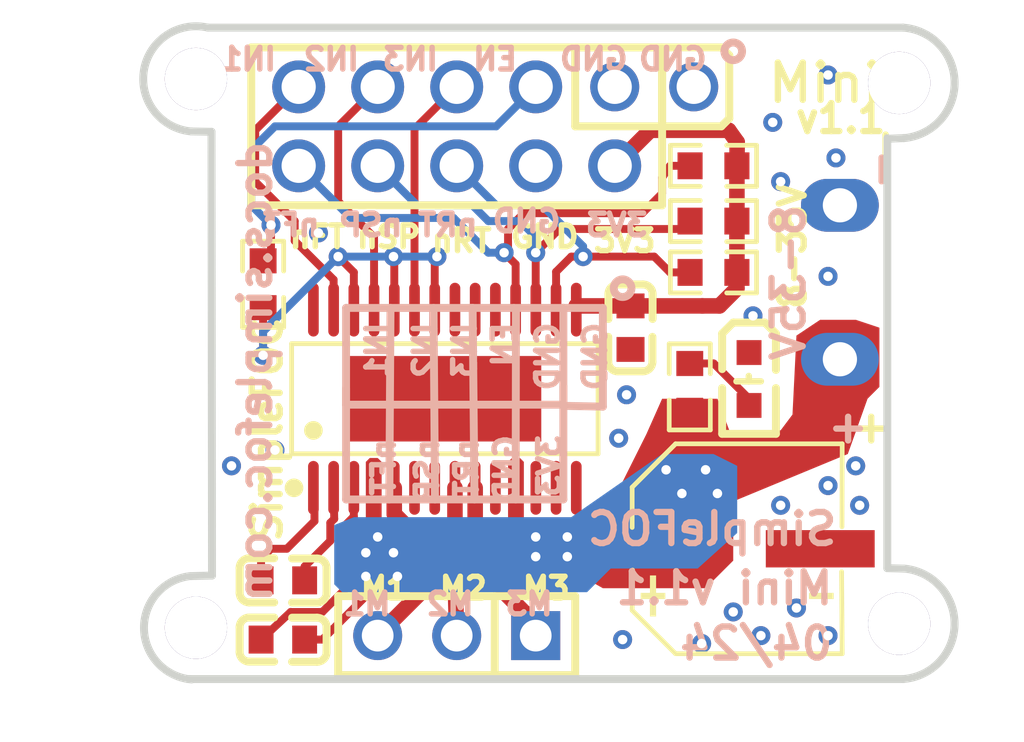
<source format=kicad_pcb>
(kicad_pcb (version 20241229) (generator "pcbnew") (generator_version "9.0")
  (layers (0 "F.Cu" signal) (2 "B.Cu" signal) (13 "F.Paste" user) (15 "B.Paste" user) (5 "F.SilkS" user) (7 "B.SilkS" user) (1 "F.Mask" user) (3 "B.Mask" user) (25 "Edge.Cuts" user))
  (net 0 "")
  (net 1 "GND")
  (net 2 "U1_1")
  (net 3 "U1_19")
  (net 4 "U1_2")
  (net 5 "U1_21")
  (net 6 "U1_25")
  (net 7 "U1_3")
  (net 8 "U1_5")
  (net 9 "U1_8")
  (net 10 "U1_9")
  (net 11 "VCC")
  (net 12 "EN")
  (net 13 "R4_1")
  (net 14 "NSLP")
  (net 15 "NFLT")
  (net 16 "NRES")
  (net 17 "3.3V")
  (net 18 "IN1")
  (net 19 "IN3")
  (net 20 "LED1_1")
  (footprint "easyeda:R0603" (layer "F.Cu") (at 23.925 24.969 -90)
    (property "Reference" "R4" (hide yes))
    (property "Value" "10kΩ" (hide yes))
    (fp_line (start -1.385 0.661) (end -1.385 -0.661) (stroke (width 0.152)) (layer "F.SilkS"))
    (fp_line (start -0.426 0.661) (end -1.385 0.661) (stroke (width 0.152)) (layer "F.SilkS"))
    (fp_line (start 0.426 0.661) (end 1.385 0.661) (stroke (width 0.152)) (layer "F.SilkS"))
    (fp_line (start 1.385 0.661) (end 1.385 -0.661) (stroke (width 0.152)) (layer "F.SilkS"))
    (fp_line (start -1.385 -0.661) (end -0.426 -0.661) (stroke (width 0.152)) (layer "F.SilkS"))
    (fp_line (start 1.385 -0.661) (end 0.426 -0.661) (stroke (width 0.152)) (layer "F.SilkS"))
    (pad "1" smd rect (at -0.753 0 270) (size 0.806 0.864) (layers "F.Cu" "F.Mask" "F.Paste") (net 13 "R4_1"))
    (pad "2" smd rect (at 0.753 0 270) (size 0.806 0.864) (layers "F.Cu" "F.Mask" "F.Paste") (net 12 "EN"))
  )
  (footprint "AutoGenerated:Pad_1.70mm" (layer "F.Cu") (at 42.467 22.429)
    (property "Reference" "" (at 0 0 0) (layer "F.SilkS") (effects (font (size 1.27 1.27))))
    (property "Value" "" (at 0 0 0) (layer "F.SilkS") (effects (font (size 1.27 1.27))))
    (pad "2" thru_hole oval (at 0 0 90) (size 1.7 2.5) (drill 1.1) (layers "*.Cu" "*.Paste" "*.Mask") (net 1 "GND"))
  )
  (footprint "easyeda:C0603" (layer "F.Cu") (at 35.736 26.366 90)
    (property "Reference" "C4" (hide yes))
    (property "Value" "470nF" (hide yes))
    (fp_line (start -0.296 -0.715) (end -1.096 -0.715) (stroke (width 0.254)) (layer "F.SilkS"))
    (fp_line (start 0.28 -0.71) (end 1.08 -0.71) (stroke (width 0.254)) (layer "F.SilkS"))
    (fp_line (start -1.405 -0.406) (end -1.405 0.394) (stroke (width 0.254)) (layer "F.SilkS"))
    (fp_line (start 1.39 -0.4) (end 1.39 0.4) (stroke (width 0.254)) (layer "F.SilkS"))
    (fp_line (start -0.296 0.704) (end -1.096 0.704) (stroke (width 0.254)) (layer "F.SilkS"))
    (fp_line (start 0.28 0.71) (end 1.08 0.71) (stroke (width 0.254)) (layer "F.SilkS"))
    (fp_arc (start 1.08 -0.71) (mid 1.299213 -0.619194) (end 1.39 -0.399973) (stroke (width 0.254)) (layer "F.SilkS"))
    (fp_arc (start -1.406 -0.406) (mid -1.315203 -0.625203) (end -1.096 -0.716) (stroke (width 0.254)) (layer "F.SilkS"))
    (fp_arc (start 1.39 0.4) (mid 1.299203 0.619203) (end 1.08 0.71) (stroke (width 0.254)) (layer "F.SilkS"))
    (fp_arc (start -1.096 0.704) (mid -1.315213 0.613194) (end -1.406 0.393973) (stroke (width 0.254)) (layer "F.SilkS"))
    (pad "1" smd rect (at -0.7 0 90) (size 0.8 0.9) (layers "F.Cu" "F.Mask" "F.Paste") (net 1 "GND"))
    (pad "2" smd rect (at 0.7 0 90) (size 0.8 0.9) (layers "F.Cu" "F.Mask" "F.Paste") (net 17 "3.3V"))
  )
  (footprint "AutoGenerated:Pad_1.70mm" (layer "F.Cu") (at 42.467 27.382)
    (property "Reference" "" (at 0 0 0) (layer "F.SilkS") (effects (font (size 1.27 1.27))))
    (property "Value" "" (at 0 0 0) (layer "F.SilkS") (effects (font (size 1.27 1.27))))
    (pad "3" thru_hole oval (at 0 0 90) (size 1.7 2.5) (drill 1.1) (layers "*.Cu" "*.Paste" "*.Mask") (net 11 "VCC"))
  )
  (footprint "easyeda:HDR-TH_3P-P2.54-V-F" (layer "F.Cu") (at 30.148 36.272 180)
    (property "Reference" "P1" (hide yes))
    (property "Value" "Header-Female-2.54_1x3" (hide yes))
    (fp_line (start 3.81 -1.27) (end 3.81 1.27) (stroke (width 0.254)) (layer "F.SilkS"))
    (fp_line (start -1.222 -1.27) (end -1.222 1.27) (stroke (width 0.254)) (layer "F.SilkS"))
    (fp_line (start -3.81 1.27) (end 3.81 1.27) (stroke (width 0.254)) (layer "F.SilkS"))
    (fp_line (start -3.81 -1.27) (end 3.81 -1.27) (stroke (width 0.254)) (layer "F.SilkS"))
    (fp_line (start -3.81 -1.27) (end -3.81 1.27) (stroke (width 0.254)) (layer "F.SilkS"))
    (pad "1" thru_hole rect (at -2.54 0 180) (size 1.575 1.575) (drill 1.02) (layers "*.Cu" "*.Paste" "*.Mask") (net 10 "U1_9"))
    (pad "2" thru_hole circle (at 0 0 180) (size 1.575 1.575) (drill 1.02) (layers "*.Cu" "*.Paste" "*.Mask") (net 9 "U1_8"))
    (pad "3" thru_hole circle (at 2.54 0 180) (size 1.575 1.575) (drill 1.02) (layers "*.Cu" "*.Paste" "*.Mask") (net 8 "U1_5"))
  )
  (footprint "easyeda:C0603" (layer "F.Cu") (at 24.56 36.399 180)
    (property "Reference" "C2" (hide yes))
    (property "Value" "100nF" (hide yes))
    (fp_line (start 1.39 -0.4) (end 1.39 0.4) (stroke (width 0.254)) (layer "F.SilkS"))
    (fp_line (start 0.28 0.71) (end 1.08 0.71) (stroke (width 0.254)) (layer "F.SilkS"))
    (fp_line (start 0.28 -0.71) (end 1.08 -0.71) (stroke (width 0.254)) (layer "F.SilkS"))
    (fp_line (start -0.296 0.704) (end -1.096 0.704) (stroke (width 0.254)) (layer "F.SilkS"))
    (fp_line (start -0.296 -0.715) (end -1.096 -0.715) (stroke (width 0.254)) (layer "F.SilkS"))
    (fp_line (start -1.405 -0.406) (end -1.405 0.394) (stroke (width 0.254)) (layer "F.SilkS"))
    (fp_arc (start 1.39 0.4) (mid 1.299203 0.619203) (end 1.08 0.71) (stroke (width 0.254)) (layer "F.SilkS"))
    (fp_arc (start 1.08 -0.71) (mid 1.299213 -0.619194) (end 1.39 -0.399973) (stroke (width 0.254)) (layer "F.SilkS"))
    (fp_arc (start -1.096 0.704) (mid -1.315213 0.613194) (end -1.406 0.393973) (stroke (width 0.254)) (layer "F.SilkS"))
    (fp_arc (start -1.406 -0.406) (mid -1.315203 -0.625203) (end -1.096 -0.716) (stroke (width 0.254)) (layer "F.SilkS"))
    (pad "1" smd rect (at -0.7 0 180) (size 0.8 0.9) (layers "F.Cu" "F.Mask" "F.Paste") (net 11 "VCC"))
    (pad "2" smd rect (at 0.7 0 180) (size 0.8 0.9) (layers "F.Cu" "F.Mask" "F.Paste") (net 7 "U1_3"))
  )
  (footprint "easyeda:CAP-SMD_BD6.3-L6.6-W6.6-FD" (layer "F.Cu") (at 39.165 33.478)
    (property "Reference" "C3" (hide yes))
    (property "Value" "100uF" (hide yes))
    (fp_line (start -3.376 -1.98) (end -3.376 -0.686) (stroke (width 0.152)) (layer "F.SilkS"))
    (fp_line (start -3.376 1.981) (end -3.362 0.686) (stroke (width 0.152)) (layer "F.SilkS"))
    (fp_line (start -1.981 3.376) (end -3.376 1.981) (stroke (width 0.152)) (layer "F.SilkS"))
    (fp_line (start -1.98 -3.376) (end -3.376 -1.98) (stroke (width 0.152)) (layer "F.SilkS"))
    (fp_line (start 3.356 0.739) (end 3.376 3.376) (stroke (width 0.152)) (layer "F.SilkS"))
    (fp_line (start 3.369 -0.708) (end 3.376 -3.376) (stroke (width 0.152)) (layer "F.SilkS"))
    (fp_line (start 3.376 -3.376) (end -1.98 -3.376) (stroke (width 0.152)) (layer "F.SilkS"))
    (fp_line (start 3.376 3.376) (end -1.981 3.376) (stroke (width 0.152)) (layer "F.SilkS"))
    (fp_poly (pts (xy -3.102 1.419) (xy -3.102 1.617) (xy -2.31 1.617) (xy -2.31 1.419)) (fill yes) (layer "F.SilkS"))
    (fp_poly (pts (xy -2.805 0.858) (xy -2.805 2.178) (xy -2.607 2.178) (xy -2.607 0.858)) (fill yes) (layer "F.SilkS"))
    (fp_poly (pts (xy 3.102 1.419) (xy 3.102 1.617) (xy 2.31 1.617) (xy 2.31 1.419)) (fill yes) (layer "F.SilkS"))
    (pad "1" smd rect (at -2.67 0) (size 3.5 1.2) (layers "F.Cu" "F.Mask" "F.Paste") (net 11 "VCC"))
    (pad "2" smd rect (at 2.67 0) (size 3.5 1.2) (layers "F.Cu" "F.Mask" "F.Paste") (net 1 "GND"))
  )
  (footprint "easyeda:C0603" (layer "F.Cu") (at 24.56 34.494 180)
    (property "Reference" "C1" (hide yes))
    (property "Value" "100nF" (hide yes))
    (fp_line (start 1.39 -0.4) (end 1.39 0.4) (stroke (width 0.254)) (layer "F.SilkS"))
    (fp_line (start 0.28 0.71) (end 1.08 0.71) (stroke (width 0.254)) (layer "F.SilkS"))
    (fp_line (start 0.28 -0.71) (end 1.08 -0.71) (stroke (width 0.254)) (layer "F.SilkS"))
    (fp_line (start -0.296 0.704) (end -1.096 0.704) (stroke (width 0.254)) (layer "F.SilkS"))
    (fp_line (start -0.296 -0.715) (end -1.096 -0.715) (stroke (width 0.254)) (layer "F.SilkS"))
    (fp_line (start -1.405 -0.406) (end -1.405 0.394) (stroke (width 0.254)) (layer "F.SilkS"))
    (fp_arc (start 1.39 0.4) (mid 1.299203 0.619203) (end 1.08 0.71) (stroke (width 0.254)) (layer "F.SilkS"))
    (fp_arc (start 1.08 -0.71) (mid 1.299213 -0.619194) (end 1.39 -0.399973) (stroke (width 0.254)) (layer "F.SilkS"))
    (fp_arc (start -1.096 0.704) (mid -1.315213 0.613194) (end -1.406 0.393973) (stroke (width 0.254)) (layer "F.SilkS"))
    (fp_arc (start -1.406 -0.406) (mid -1.315203 -0.625203) (end -1.096 -0.716) (stroke (width 0.254)) (layer "F.SilkS"))
    (pad "1" smd rect (at -0.7 0 180) (size 0.8 0.9) (layers "F.Cu" "F.Mask" "F.Paste") (net 4 "U1_2"))
    (pad "2" smd rect (at 0.7 0 180) (size 0.8 0.9) (layers "F.Cu" "F.Mask" "F.Paste") (net 2 "U1_1"))
  )
  (footprint "easyeda:LED0603-R-RD" (layer "F.Cu") (at 39.546 28.017 -90)
    (property "Reference" "LED1" (hide yes))
    (property "Value" "19-213/Y2C-CQ2R2L/3T(CY)" (hide yes))
    (fp_line (start -1.461 0.864) (end -1.816 0.508) (stroke (width 0.254)) (layer "F.SilkS"))
    (fp_line (start -0.318 0.864) (end -1.461 0.864) (stroke (width 0.254)) (layer "F.SilkS"))
    (fp_line (start 1.765 0.864) (end 0.292 0.864) (stroke (width 0.254)) (layer "F.SilkS"))
    (fp_line (start 1.765 0.864) (end 1.765 -0.864) (stroke (width 0.254)) (layer "F.SilkS"))
    (fp_line (start -1.816 0.508) (end -1.816 -0.508) (stroke (width 0.254)) (layer "F.SilkS"))
    (fp_line (start 0.076 0.406) (end 0.076 -0.381) (stroke (width 0.203)) (layer "F.SilkS"))
    (fp_line (start 0.076 0.008) (end -0.099 0.008) (stroke (width 0.203)) (layer "F.SilkS"))
    (fp_line (start -1.816 -0.508) (end -1.461 -0.864) (stroke (width 0.254)) (layer "F.SilkS"))
    (fp_line (start -0.292 -0.864) (end -1.461 -0.864) (stroke (width 0.254)) (layer "F.SilkS"))
    (fp_line (start 1.765 -0.864) (end 0.292 -0.864) (stroke (width 0.254)) (layer "F.SilkS"))
    (pad "1" smd rect (at 0.851 0) (size 0.8 0.8) (layers "F.Cu" "F.Mask" "F.Paste") (net 20 "LED1_1"))
    (pad "2" smd rect (at -0.851 0) (size 0.8 0.8) (layers "F.Cu" "F.Mask" "F.Paste") (net 1 "GND"))
  )
  (footprint "easyeda:R0603" (layer "F.Cu") (at 38.403 24.588 180)
    (property "Reference" "R3" (hide yes))
    (property "Value" "10kΩ" (hide yes))
    (fp_line (start 1.385 0.661) (end 1.385 -0.661) (stroke (width 0.152)) (layer "F.SilkS"))
    (fp_line (start 1.385 -0.661) (end 0.426 -0.661) (stroke (width 0.152)) (layer "F.SilkS"))
    (fp_line (start 0.426 0.661) (end 1.385 0.661) (stroke (width 0.152)) (layer "F.SilkS"))
    (fp_line (start -0.426 0.661) (end -1.385 0.661) (stroke (width 0.152)) (layer "F.SilkS"))
    (fp_line (start -1.385 0.661) (end -1.385 -0.661) (stroke (width 0.152)) (layer "F.SilkS"))
    (fp_line (start -1.385 -0.661) (end -0.426 -0.661) (stroke (width 0.152)) (layer "F.SilkS"))
    (pad "1" smd rect (at -0.753 0 180) (size 0.806 0.864) (layers "F.Cu" "F.Mask" "F.Paste") (net 17 "3.3V"))
    (pad "2" smd rect (at 0.753 0 180) (size 0.806 0.864) (layers "F.Cu" "F.Mask" "F.Paste") (net 16 "NRES"))
  )
  (footprint "easyeda:R0603" (layer "F.Cu") (at 37.641 28.271 90)
    (property "Reference" "R5" (hide yes))
    (property "Value" "1kΩ" (hide yes))
    (fp_line (start 1.385 -0.661) (end 0.426 -0.661) (stroke (width 0.152)) (layer "F.SilkS"))
    (fp_line (start -1.385 -0.661) (end -0.426 -0.661) (stroke (width 0.152)) (layer "F.SilkS"))
    (fp_line (start 1.385 0.661) (end 1.385 -0.661) (stroke (width 0.152)) (layer "F.SilkS"))
    (fp_line (start 0.426 0.661) (end 1.385 0.661) (stroke (width 0.152)) (layer "F.SilkS"))
    (fp_line (start -0.426 0.661) (end -1.385 0.661) (stroke (width 0.152)) (layer "F.SilkS"))
    (fp_line (start -1.385 0.661) (end -1.385 -0.661) (stroke (width 0.152)) (layer "F.SilkS"))
    (pad "1" smd rect (at -0.753 0 90) (size 0.806 0.864) (layers "F.Cu" "F.Mask" "F.Paste") (net 11 "VCC"))
    (pad "2" smd rect (at 0.753 0 90) (size 0.806 0.864) (layers "F.Cu" "F.Mask" "F.Paste") (net 20 "LED1_1"))
  )
  (footprint "easyeda:HTSSOP-28_L9.8-W4.5-P0.65-LS6.6-BL-EP" (layer "F.Cu") (at 29.767 28.652)
    (property "Reference" "U1" (hide yes))
    (property "Value" "DRV8313PWPR" (hide yes))
    (fp_line (start -4.926 -1.772) (end 4.926 -1.772) (stroke (width 0.152)) (layer "F.SilkS"))
    (fp_line (start -4.926 1.771) (end -4.926 -1.772) (stroke (width 0.152)) (layer "F.SilkS"))
    (fp_line (start 4.926 -1.772) (end 4.926 1.771) (stroke (width 0.152)) (layer "F.SilkS"))
    (fp_line (start 4.926 1.771) (end -4.926 1.771) (stroke (width 0.152)) (layer "F.SilkS"))
    (fp_circle (center -4.849 2.866) (end -4.699 2.866) (stroke (width 0.3)) (fill no) (layer "F.SilkS"))
    (fp_circle (center -4.225 1.019) (end -4.075 1.019) (stroke (width 0.3)) (fill no) (layer "F.SilkS"))
    (pad "1" smd oval (at -4.225 2.866) (size 0.343 1.731) (layers "F.Cu" "F.Mask" "F.Paste") (net 2 "U1_1"))
    (pad "2" smd oval (at -3.575 2.866) (size 0.343 1.731) (layers "F.Cu" "F.Mask" "F.Paste") (net 4 "U1_2"))
    (pad "3" smd oval (at -2.925 2.866) (size 0.343 1.731) (layers "F.Cu" "F.Mask" "F.Paste") (net 7 "U1_3"))
    (pad "4" smd oval (at -2.275 2.866) (size 0.343 1.731) (layers "F.Cu" "F.Mask" "F.Paste") (net 11 "VCC"))
    (pad "5" smd oval (at -1.625 2.866) (size 0.343 1.731) (layers "F.Cu" "F.Mask" "F.Paste") (net 8 "U1_5"))
    (pad "6" smd oval (at -0.975 2.866) (size 0.343 1.731) (layers "F.Cu" "F.Mask" "F.Paste") (net 1 "GND"))
    (pad "7" smd oval (at -0.325 2.866) (size 0.343 1.731) (layers "F.Cu" "F.Mask" "F.Paste") (net 1 "GND"))
    (pad "8" smd oval (at 0.325 2.866) (size 0.343 1.731) (layers "F.Cu" "F.Mask" "F.Paste") (net 9 "U1_8"))
    (pad "9" smd oval (at 0.975 2.866) (size 0.343 1.731) (layers "F.Cu" "F.Mask" "F.Paste") (net 10 "U1_9"))
    (pad "10" smd oval (at 1.625 2.866) (size 0.343 1.731) (layers "F.Cu" "F.Mask" "F.Paste") (net 1 "GND"))
    (pad "11" smd oval (at 2.275 2.866) (size 0.343 1.731) (layers "F.Cu" "F.Mask" "F.Paste") (net 11 "VCC"))
    (pad "12" smd oval (at 2.925 2.866) (size 0.343 1.731) (layers "F.Cu" "F.Mask" "F.Paste") (net 1 "GND"))
    (pad "13" smd oval (at 3.575 2.866) (size 0.343 1.731) (layers "F.Cu" "F.Mask" "F.Paste") (net 1 "GND"))
    (pad "14" smd oval (at 4.225 2.866) (size 0.343 1.731) (layers "F.Cu" "F.Mask" "F.Paste") (net 1 "GND"))
    (pad "15" smd oval (at 4.225 -2.866) (size 0.343 1.731) (layers "F.Cu" "F.Mask" "F.Paste") (net 17 "3.3V"))
    (pad "16" smd oval (at 3.575 -2.866) (size 0.343 1.731) (layers "F.Cu" "F.Mask" "F.Paste") (net 16 "NRES"))
    (pad "17" smd oval (at 2.925 -2.866) (size 0.343 1.731) (layers "F.Cu" "F.Mask" "F.Paste") (net 14 "NSLP"))
    (pad "18" smd oval (at 2.275 -2.866) (size 0.343 1.731) (layers "F.Cu" "F.Mask" "F.Paste") (net 15 "NFLT"))
    (pad "19" smd oval (at 1.625 -2.866) (size 0.343 1.731) (layers "F.Cu" "F.Mask" "F.Paste") (net 3 "U1_19"))
    (pad "20" smd oval (at 0.975 -2.866) (size 0.343 1.731) (layers "F.Cu" "F.Mask" "F.Paste") (net 1 "GND"))
    (pad "21" smd oval (at 0.325 -2.866) (size 0.343 1.731) (layers "F.Cu" "F.Mask" "F.Paste") (net 5 "U1_21"))
    (pad "22" smd oval (at -0.325 -2.866) (size 0.343 1.731) (layers "F.Cu" "F.Mask" "F.Paste") (net 12 "EN"))
    (pad "23" smd oval (at -0.975 -2.866) (size 0.343 1.731) (layers "F.Cu" "F.Mask" "F.Paste") (net 19 "IN3"))
    (pad "24" smd oval (at -1.625 -2.866) (size 0.343 1.731) (layers "F.Cu" "F.Mask" "F.Paste") (net 12 "EN"))
    (pad "25" smd oval (at -2.275 -2.866) (size 0.343 1.731) (layers "F.Cu" "F.Mask" "F.Paste") (net 6 "U1_25"))
    (pad "26" smd oval (at -2.925 -2.866) (size 0.343 1.731) (layers "F.Cu" "F.Mask" "F.Paste") (net 12 "EN"))
    (pad "27" smd oval (at -3.575 -2.866) (size 0.343 1.731) (layers "F.Cu" "F.Mask" "F.Paste") (net 18 "IN1"))
    (pad "28" smd oval (at -4.225 -2.866) (size 0.343 1.731) (layers "F.Cu" "F.Mask" "F.Paste") (net 1 "GND"))
    (pad "29" smd rect (at 0 0) (size 6.2 2.75) (layers "F.Cu" "F.Mask" "F.Paste") (net 1 "GND"))
  )
  (footprint "easyeda:R0603" (layer "F.Cu") (at 38.403 22.937 180)
    (property "Reference" "R2" (hide yes))
    (property "Value" "10kΩ" (hide yes))
    (fp_line (start 1.385 0.661) (end 1.385 -0.661) (stroke (width 0.152)) (layer "F.SilkS"))
    (fp_line (start 1.385 -0.661) (end 0.426 -0.661) (stroke (width 0.152)) (layer "F.SilkS"))
    (fp_line (start 0.426 0.661) (end 1.385 0.661) (stroke (width 0.152)) (layer "F.SilkS"))
    (fp_line (start -0.426 0.661) (end -1.385 0.661) (stroke (width 0.152)) (layer "F.SilkS"))
    (fp_line (start -1.385 0.661) (end -1.385 -0.661) (stroke (width 0.152)) (layer "F.SilkS"))
    (fp_line (start -1.385 -0.661) (end -0.426 -0.661) (stroke (width 0.152)) (layer "F.SilkS"))
    (pad "1" smd rect (at -0.753 0 180) (size 0.806 0.864) (layers "F.Cu" "F.Mask" "F.Paste") (net 17 "3.3V"))
    (pad "2" smd rect (at 0.753 0 180) (size 0.806 0.864) (layers "F.Cu" "F.Mask" "F.Paste") (net 14 "NSLP"))
  )
  (footprint "easyeda:HDR-TH_10P-P2.54-V-F-R2-C5-S2.54" (layer "F.Cu") (at 30.148 19.889 180)
    (property "Reference" "H1" (hide yes))
    (property "Value" "Female header2.54mm2*5p Straight" (hide yes))
    (fp_line (start 6.604 2.54) (end -6.604 2.54) (stroke (width 0.254)) (layer "F.SilkS"))
    (fp_line (start 6.604 -2.54) (end 6.604 2.54) (stroke (width 0.254)) (layer "F.SilkS"))
    (fp_line (start -3.81 2.54) (end -6.604 2.54) (stroke (width 0.254)) (layer "F.SilkS"))
    (fp_line (start -3.81 0) (end -3.81 2.54) (stroke (width 0.254)) (layer "F.SilkS"))
    (fp_line (start -6.604 2.54) (end -6.604 0) (stroke (width 0.254)) (layer "F.SilkS"))
    (fp_line (start -6.604 2.54) (end -6.604 -2.54) (stroke (width 0.254)) (layer "F.SilkS"))
    (fp_line (start -6.604 0) (end -3.81 0) (stroke (width 0.254)) (layer "F.SilkS"))
    (fp_line (start -6.604 -2.54) (end 6.604 -2.54) (stroke (width 0.254)) (layer "F.SilkS"))
    (pad "1" thru_hole circle (at -5.08 1.27 180) (size 1.575 1.575) (drill 1.1) (layers "*.Cu" "*.Paste" "*.Mask") (net 1 "GND"))
    (pad "2" thru_hole circle (at -5.08 -1.27 180) (size 1.7 1.7) (drill 1.1) (layers "*.Cu" "*.Paste" "*.Mask") (net 17 "3.3V"))
    (pad "3" thru_hole circle (at -2.54 1.27 180) (size 1.7 1.7) (drill 1.1) (layers "*.Cu" "*.Paste" "*.Mask") (net 13 "R4_1"))
    (pad "4" thru_hole circle (at -2.54 -1.27 180) (size 1.7 1.7) (drill 1.1) (layers "*.Cu" "*.Paste" "*.Mask") (net 1 "GND"))
    (pad "5" thru_hole circle (at 0 1.27 180) (size 1.7 1.7) (drill 1.1) (layers "*.Cu" "*.Paste" "*.Mask") (net 19 "IN3"))
    (pad "6" thru_hole circle (at 0 -1.27 180) (size 1.7 1.7) (drill 1.1) (layers "*.Cu" "*.Paste" "*.Mask") (net 16 "NRES"))
    (pad "7" thru_hole circle (at 2.54 1.27 180) (size 1.7 1.7) (drill 1.1) (layers "*.Cu" "*.Paste" "*.Mask") (net 6 "U1_25"))
    (pad "8" thru_hole circle (at 2.54 -1.27 180) (size 1.7 1.7) (drill 1.1) (layers "*.Cu" "*.Paste" "*.Mask") (net 14 "NSLP"))
    (pad "9" thru_hole circle (at 5.08 1.27 180) (size 1.7 1.7) (drill 1.1) (layers "*.Cu" "*.Paste" "*.Mask") (net 18 "IN1"))
    (pad "10" thru_hole circle (at 5.08 -1.27 180) (size 1.7 1.7) (drill 1.1) (layers "*.Cu" "*.Paste" "*.Mask") (net 15 "NFLT"))
  )
  (footprint "easyeda:R0603" (layer "F.Cu") (at 38.403 21.159 180)
    (property "Reference" "R1" (hide yes))
    (property "Value" "10kΩ" (hide yes))
    (fp_line (start 1.385 0.661) (end 1.385 -0.661) (stroke (width 0.152)) (layer "F.SilkS"))
    (fp_line (start 1.385 -0.661) (end 0.426 -0.661) (stroke (width 0.152)) (layer "F.SilkS"))
    (fp_line (start 0.426 0.661) (end 1.385 0.661) (stroke (width 0.152)) (layer "F.SilkS"))
    (fp_line (start -0.426 0.661) (end -1.385 0.661) (stroke (width 0.152)) (layer "F.SilkS"))
    (fp_line (start -1.385 0.661) (end -1.385 -0.661) (stroke (width 0.152)) (layer "F.SilkS"))
    (fp_line (start -1.385 -0.661) (end -0.426 -0.661) (stroke (width 0.152)) (layer "F.SilkS"))
    (pad "1" smd rect (at -0.753 0 180) (size 0.806 0.864) (layers "F.Cu" "F.Mask" "F.Paste") (net 17 "3.3V"))
    (pad "2" smd rect (at 0.753 0 180) (size 0.806 0.864) (layers "F.Cu" "F.Mask" "F.Paste") (net 15 "NFLT"))
  )
  (gr_poly (pts (xy 27.1 34.748) (xy 26.846 34.367) (xy 26.846 33.097) (xy 27.227 32.716) (xy 27.227 30.684) (xy 27.354 30.557) (xy 27.608 30.557) (xy 27.735 30.684) (xy 27.735 32.589) (xy 28.624 33.605) (xy 28.624 34.494) (xy 28.37 34.748) (xy 27.862 34.748) (xy 27.1 34.748)) (fill yes) (layer "F.Cu") (net 11))
  (gr_poly (pts (xy 34.847 34.748) (xy 33.958 34.24) (xy 32.434 34.24) (xy 31.799 33.605) (xy 31.799 30.684) (xy 31.926 30.557) (xy 32.18 30.557) (xy 32.307 30.684) (xy 32.307 32.462) (xy 32.561 32.716) (xy 34.593 32.716) (xy 34.974 32.335) (xy 36.244 29.795) (xy 36.752 28.652) (xy 38.53 28.652) (xy 38.911 29.668) (xy 40.562 29.668) (xy 40.943 29.16) (xy 41.07 26.62) (xy 41.832 26.112) (xy 42.975 26.112) (xy 43.737 26.366) (xy 43.737 28.271) (xy 43.356 28.652) (xy 42.721 30.43) (xy 39.038 31.954) (xy 39.038 33.859) (xy 38.149 34.748) (xy 34.847 34.748)) (fill yes) (layer "F.Cu") (net 11))
  (gr_poly (pts (xy 26.846 32.462) (xy 26.211 32.716) (xy 26.211 33.859) (xy 26.211 34.621) (xy 26.465 34.875) (xy 27.227 34.875) (xy 34.339 34.875) (xy 35.101 34.113) (xy 37.895 34.113) (xy 39.165 32.97) (xy 39.165 30.811) (xy 38.403 30.43) (xy 36.752 30.43) (xy 33.831 32.462) (xy 27.608 32.462)) (fill yes) (layer "B.Cu") (net 11))
  (gr_line (start 38.657 17.349) (end 38.911 17.603) (stroke (width 0.254)) (layer "F.SilkS"))
  (gr_line (start 38.911 17.603) (end 38.911 19.635) (stroke (width 0.254)) (layer "F.SilkS"))
  (gr_line (start 38.657 19.889) (end 36.752 19.889) (stroke (width 0.254)) (layer "F.SilkS"))
  (gr_line (start 38.911 19.635) (end 38.657 19.889) (stroke (width 0.254)) (layer "F.SilkS"))
  (gr_line (start 36.752 17.349) (end 38.657 17.349) (stroke (width 0.254)) (layer "F.SilkS"))
  (gr_line (start 33.577 31.891) (end 33.577 25.731) (stroke (width 0.254)) (layer "B.SilkS"))
  (gr_line (start 26.592 31.891) (end 33.577 31.891) (stroke (width 0.254)) (layer "B.SilkS"))
  (gr_line (start 30.585 25.731) (end 30.661 25.731) (stroke (width 0.254)) (layer "B.SilkS"))
  (gr_line (start 33.577 25.731) (end 34.847 25.731) (stroke (width 0.254)) (layer "B.SilkS"))
  (gr_circle (center 39.038 17.476) (end 39.322 17.476) (stroke (width 0.254)) (fill no) (layer "B.SilkS"))
  (gr_circle (center 35.482 25.096) (end 35.766 25.096) (stroke (width 0.254)) (fill no) (layer "B.SilkS"))
  (gr_line (start 33.577 28.843) (end 33.577 28.249) (stroke (width 0.254)) (layer "B.SilkS"))
  (gr_line (start 26.592 25.731) (end 26.592 31.891) (stroke (width 0.254)) (layer "B.SilkS"))
  (gr_line (start 28.02 25.731) (end 27.982 31.891) (stroke (width 0.254)) (layer "B.SilkS"))
  (gr_line (start 34.847 27.611) (end 34.847 28.906) (stroke (width 0.254)) (layer "B.SilkS"))
  (gr_line (start 26.592 28.313) (end 26.592 28.843) (stroke (width 0.254)) (layer "B.SilkS"))
  (gr_line (start 31.982 25.731) (end 32.053 25.802) (stroke (width 0.254)) (layer "B.SilkS"))
  (gr_line (start 29.404 25.731) (end 29.45 31.891) (stroke (width 0.254)) (layer "B.SilkS"))
  (gr_line (start 26.592 28.843) (end 33.577 28.843) (stroke (width 0.254)) (layer "B.SilkS"))
  (gr_line (start 30.661 25.731) (end 30.72 31.891) (stroke (width 0.254)) (layer "B.SilkS"))
  (gr_line (start 33.577 25.731) (end 26.592 25.731) (stroke (width 0.254)) (layer "B.SilkS"))
  (gr_line (start 34.847 25.731) (end 34.847 27.611) (stroke (width 0.254)) (layer "B.SilkS"))
  (gr_line (start 32.053 25.802) (end 32.044 31.891) (stroke (width 0.254)) (layer "B.SilkS"))
  (gr_line (start 34.847 28.906) (end 33.577 28.881) (stroke (width 0.254)) (layer "B.SilkS"))
  (gr_arc (start 21.627 37.683) (mid 20.095262 36.031481) (end 21.60015 34.35546) (stroke (width 0.254)) (layer "Edge.Cuts"))
  (gr_line (start 21.626 20.054) (end 22.266 20.064) (stroke (width 0.254)) (layer "Edge.Cuts"))
  (gr_line (start 22.266 20.064) (end 22.282 34.339) (stroke (width 0.254)) (layer "Edge.Cuts"))
  (gr_line (start 21.512 37.669) (end 44.499 37.669) (stroke (width 0.254)) (layer "Edge.Cuts"))
  (gr_line (start 43.991 20.27) (end 43.991 34.103) (stroke (width 0.254)) (layer "Edge.Cuts"))
  (gr_line (start 21.601 34.357) (end 22.282 34.339) (stroke (width 0.254)) (layer "Edge.Cuts"))
  (gr_arc (start 44.499 16.714) (mid 46.154498 18.48141) (end 44.520116 20.268366) (stroke (width 0.254)) (layer "Edge.Cuts"))
  (gr_line (start 44.519 20.267) (end 43.991 20.29) (stroke (width 0.254)) (layer "Edge.Cuts"))
  (gr_arc (start 44.52 34.115) (mid 46.154125 35.901502) (end 44.499058 37.668621) (stroke (width 0.254)) (layer "Edge.Cuts"))
  (gr_arc (start 21.625 20.054) (mid 20.091481 18.103105) (end 22.147439 16.713605) (stroke (width 0.254)) (layer "Edge.Cuts"))
  (gr_line (start 44.519 34.116) (end 43.991 34.103) (stroke (width 0.254)) (layer "Edge.Cuts"))
  (gr_line (start 44.499 16.714) (end 22.147 16.714) (stroke (width 0.254)) (layer "Edge.Cuts"))
  (gr_text "nSP" (at 26.846 23.445 0) (layer "F.SilkS") (effects (font (size 0.7 0.7) (thickness 0.203)) (justify left)))
  (gr_text "8-35V" (at 40.943 25.858 90) (layer "F.SilkS") (effects (font (size 0.8 0.8) (thickness 0.203)) (justify left)))
  (gr_text "3V3" (at 34.466 23.572 0) (layer "F.SilkS") (effects (font (size 0.7 0.7) (thickness 0.203)) (justify left)))
  (gr_text "GND" (at 31.799 23.445 0) (layer "F.SilkS") (effects (font (size 0.7 0.7) (thickness 0.203)) (justify left)))
  (gr_text "Mini" (at 40.054 18.492 0) (layer "F.SilkS") (effects (font (size 1.2 1.2) (thickness 0.203)) (justify left)))
  (gr_text "+" (at 42.721 29.541 0) (layer "F.SilkS") (effects (font (size 1 1) (thickness 0.203)) (justify left)))
  (gr_text "-" (at 43.864 21.286 90) (layer "F.SilkS") (effects (font (size 1 1) (thickness 0.203)) (justify left)))
  (gr_text "M3" (at 32.18 34.748 0) (layer "F.SilkS") (effects (font (size 0.7 0.7) (thickness 0.203)) (justify left)))
  (gr_text "SimpleFOC" (at 24.052 33.351 90) (layer "F.SilkS") (effects (font (size 0.9 0.9) (thickness 0.203)) (justify left)))
  (gr_text "M2" (at 29.513 34.748 0) (layer "F.SilkS") (effects (font (size 0.7 0.7) (thickness 0.203)) (justify left)))
  (gr_text "M1" (at 26.973 34.748 0) (layer "F.SilkS") (effects (font (size 0.7 0.7) (thickness 0.203)) (justify left)))
  (gr_text "nRT" (at 29.259 23.572 0) (layer "F.SilkS") (effects (font (size 0.7 0.7) (thickness 0.203)) (justify left)))
  (gr_text "v1.1" (at 40.943 19.635 0) (layer "F.SilkS") (effects (font (size 0.9 0.9) (thickness 0.203)) (justify left)))
  (gr_text "nFT" (at 24.687 23.445 0) (layer "F.SilkS") (effects (font (size 0.7 0.7) (thickness 0.203)) (justify left)))
  (gr_text "M3" (at 33.323 35.256 0) (layer "B.SilkS") (effects (font (size 0.7 0.7) (thickness 0.203)) (justify left mirror)))
  (gr_text "GND" (at 33.577 22.937 0) (layer "B.SilkS") (effects (font (size 0.7 0.7) (thickness 0.203)) (justify left mirror)))
  (gr_text "M2" (at 30.783 35.256 0) (layer "B.SilkS") (effects (font (size 0.7 0.7) (thickness 0.203)) (justify left mirror)))
  (gr_text "Mini v1.1" (at 42.34 34.748 0) (layer "B.SilkS") (effects (font (size 1 1) (thickness 0.203)) (justify left mirror)))
  (gr_text "IN3" (at 29.64 17.73 0) (layer "B.SilkS") (effects (font (size 0.7 0.7) (thickness 0.203)) (justify left mirror)))
  (gr_text "nFT" (at 25.83 23.064 0) (layer "B.SilkS") (effects (font (size 0.7 0.7) (thickness 0.203)) (justify left mirror)))
  (gr_text "IN2" (at 27.1 17.73 0) (layer "B.SilkS") (effects (font (size 0.7 0.7) (thickness 0.203)) (justify left mirror)))
  (gr_text "EN" (at 31.672 26.112 90) (layer "B.SilkS") (effects (font (size 0.7 0.7) (thickness 0.203)) (justify left mirror)))
  (gr_text "3V3" (at 33.133 29.732 90) (layer "B.SilkS") (effects (font (size 0.7 0.7) (thickness 0.203)) (justify left mirror)))
  (gr_text "GND" (at 33.069 26.112 90) (layer "B.SilkS") (effects (font (size 0.7 0.7) (thickness 0.203)) (justify left mirror)))
  (gr_text "nSP" (at 29.196 29.859 90) (layer "B.SilkS") (effects (font (size 0.7 0.7) (thickness 0.203)) (justify left mirror)))
  (gr_text "nSP" (at 28.497 23.064 0) (layer "B.SilkS") (effects (font (size 0.7 0.7) (thickness 0.203)) (justify left mirror)))
  (gr_text "IN1" (at 24.433 17.73 0) (layer "B.SilkS") (effects (font (size 0.7 0.7) (thickness 0.203)) (justify left mirror)))
  (gr_text "IN3" (at 30.402 26.112 90) (layer "B.SilkS") (effects (font (size 0.7 0.7) (thickness 0.203)) (justify left mirror)))
  (gr_text "04/24" (at 42.34 36.526 0) (layer "B.SilkS") (effects (font (size 1 1) (thickness 0.203)) (justify left mirror)))
  (gr_text "GND" (at 38.276 17.73 0) (layer "B.SilkS") (effects (font (size 0.7 0.7) (thickness 0.203)) (justify left mirror)))
  (gr_text "GND" (at 34.593 26.112 90) (layer "B.SilkS") (effects (font (size 0.7 0.7) (thickness 0.203)) (justify left mirror)))
  (gr_text "GND" (at 31.735 29.732 90) (layer "B.SilkS") (effects (font (size 0.7 0.7) (thickness 0.203)) (justify left mirror)))
  (gr_text "IN1" (at 27.608 26.112 90) (layer "B.SilkS") (effects (font (size 0.7 0.7) (thickness 0.203)) (justify left mirror)))
  (gr_text "nFT" (at 27.799 29.859 90) (layer "B.SilkS") (effects (font (size 0.7 0.7) (thickness 0.203)) (justify left mirror)))
  (gr_text "-" (at 43.737 20.524 90) (layer "B.SilkS") (effects (font (size 1 1) (thickness 0.203)) (justify left mirror)))
  (gr_text "EN" (at 32.18 17.73 0) (layer "B.SilkS") (effects (font (size 0.7 0.7) (thickness 0.203)) (justify left mirror)))
  (gr_text "SimpleFOC" (at 42.467 32.843 0) (layer "B.SilkS") (effects (font (size 1 1) (thickness 0.203)) (justify left mirror)))
  (gr_text "3V3" (at 36.371 23.064 0) (layer "B.SilkS") (effects (font (size 0.7 0.7) (thickness 0.203)) (justify left mirror)))
  (gr_text "nRT" (at 30.91 23.064 0) (layer "B.SilkS") (effects (font (size 0.7 0.7) (thickness 0.203)) (justify left mirror)))
  (gr_text "IN2" (at 29.132 26.112 90) (layer "B.SilkS") (effects (font (size 0.7 0.7) (thickness 0.203)) (justify left mirror)))
  (gr_text "M1" (at 28.116 35.256 0) (layer "B.SilkS") (effects (font (size 0.7 0.7) (thickness 0.203)) (justify left mirror)))
  (gr_text "nRT" (at 30.465 29.859 90) (layer "B.SilkS") (effects (font (size 0.7 0.7) (thickness 0.203)) (justify left mirror)))
  (gr_text "8-35V" (at 40.816 22.302 90) (layer "B.SilkS") (effects (font (size 1 1) (thickness 0.203)) (justify left mirror)))
  (gr_text "docs.simplefoc.com" (at 23.671 20.27 90) (layer "B.SilkS") (effects (font (size 1 1) (thickness 0.203)) (justify left mirror)))
  (gr_text "+" (at 43.483 29.541 0) (layer "B.SilkS") (effects (font (size 1 1) (thickness 0.203)) (justify left mirror)))
  (gr_text "GND" (at 35.736 17.73 0) (layer "B.SilkS") (effects (font (size 0.7 0.7) (thickness 0.203)) (justify left mirror)))
  (via (at 42.086 31.446) (size 0.61) (drill 0.305) (layers "F.Cu" "B.Cu") (net 1))
  (via (at 42.086 18.238) (size 0.61) (drill 0.305) (layers "F.Cu" "B.Cu") (net 1))
  (via (at 37.768 18.619) (size 1.575) (drill 1.1) (layers "F.Cu" "B.Cu") (net 1))
  (via (at 25.703 23.318) (size 0.61) (drill 0.305) (layers "F.Cu" "B.Cu") (net 1))
  (via (at 21.766 36.018) (size 2) (drill 2) (layers "F.Cu" "B.Cu") (net 1))
  (via (at 39.038 35.51) (size 0.61) (drill 0.305) (layers "F.Cu" "B.Cu") (net 1))
  (via (at 40.308 19.762) (size 0.61) (drill 0.305) (layers "F.Cu" "B.Cu") (net 1))
  (via (at 38.022 36.526) (size 0.61) (drill 0.305) (layers "F.Cu" "B.Cu") (net 1))
  (via (at 44.372 35.891) (size 2) (drill 2) (layers "F.Cu" "B.Cu") (net 1))
  (via (at 35.609 28.525) (size 0.61) (drill 0.305) (layers "F.Cu" "B.Cu") (net 1))
  (via (at 43.102 32.081) (size 0.61) (drill 0.305) (layers "F.Cu" "B.Cu") (net 1))
  (via (at 22.909 30.811) (size 0.61) (drill 0.305) (layers "F.Cu" "B.Cu") (net 1))
  (via (at 35.482 36.399) (size 0.61) (drill 0.305) (layers "F.Cu" "B.Cu") (net 1))
  (via (at 41.07 35.383) (size 0.61) (drill 0.305) (layers "F.Cu" "B.Cu") (net 1))
  (via (at 24.306 30.303) (size 0.61) (drill 0.305) (layers "F.Cu" "B.Cu") (net 1))
  (via (at 40.562 21.667) (size 0.61) (drill 0.305) (layers "F.Cu" "B.Cu") (net 1))
  (via (at 39.927 36.272) (size 0.61) (drill 0.305) (layers "F.Cu" "B.Cu") (net 1))
  (via (at 35.355 29.922) (size 0.61) (drill 0.305) (layers "F.Cu" "B.Cu") (net 1))
  (via (at 42.086 24.715) (size 0.61) (drill 0.305) (layers "F.Cu" "B.Cu") (net 1))
  (via (at 42.975 30.811) (size 0.61) (drill 0.305) (layers "F.Cu" "B.Cu") (net 1))
  (via (at 44.372 18.492) (size 2) (drill 2) (layers "F.Cu" "B.Cu") (net 1))
  (via (at 21.766 18.365) (size 2) (drill 2) (layers "F.Cu" "B.Cu") (net 1))
  (via (at 39.673 25.985) (size 0.61) (drill 0.305) (layers "F.Cu" "B.Cu") (net 1))
  (via (at 40.562 32.081) (size 0.61) (drill 0.305) (layers "F.Cu" "B.Cu") (net 1))
  (via (at 42.086 36.272) (size 0.61) (drill 0.305) (layers "F.Cu" "B.Cu") (net 1))
  (via (at 42.34 20.905) (size 0.61) (drill 0.305) (layers "F.Cu" "B.Cu") (net 1))
  (segment (start 25.576 31.553) (end 25.576 32.589) (width 0.254) (layer "F.Cu") (net 2))
  (segment (start 24.179 33.478) (end 23.859 33.798) (width 0.254) (layer "F.Cu") (net 2))
  (segment (start 23.859 33.798) (end 23.859 34.494) (width 0.254) (layer "F.Cu") (net 2))
  (segment (start 25.543 31.517) (end 25.576 31.553) (width 0.254) (layer "F.Cu") (net 2))
  (segment (start 25.576 32.589) (end 24.687 33.478) (width 0.254) (layer "F.Cu") (net 2))
  (segment (start 24.687 33.478) (end 24.179 33.478) (width 0.254) (layer "F.Cu") (net 2))
  (segment (start 26.084 33.224) (end 25.26 34.048) (width 0.254) (layer "F.Cu") (net 4))
  (segment (start 26.192 31.518) (end 26.211 32.517) (width 0.254) (layer "F.Cu") (net 4))
  (segment (start 26.211 32.517) (end 26.084 32.644) (width 0.254) (layer "F.Cu") (net 4))
  (segment (start 25.26 34.048) (end 25.26 34.494) (width 0.254) (layer "F.Cu") (net 4))
  (segment (start 26.084 32.644) (end 26.084 33.224) (width 0.254) (layer "F.Cu") (net 4))
  (segment (start 26.338 22.302) (end 27.492 23.456) (width 0.254) (layer "F.Cu") (net 6))
  (segment (start 27.608 18.619) (end 26.338 19.889) (width 0.254) (layer "F.Cu") (net 6))
  (segment (start 26.338 19.889) (end 26.338 22.302) (width 0.254) (layer "F.Cu") (net 6))
  (segment (start 27.492 23.456) (end 27.492 25.786) (width 0.254) (layer "F.Cu") (net 6))
  (segment (start 26.841 32.442) (end 26.841 31.517) (width 0.254) (layer "F.Cu") (net 7))
  (segment (start 26.567 32.716) (end 26.841 32.442) (width 0.254) (layer "F.Cu") (net 7))
  (segment (start 24.814 35.51) (end 25.83 35.51) (width 0.254) (layer "F.Cu") (net 7))
  (segment (start 25.83 35.51) (end 26.567 34.773) (width 0.254) (layer "F.Cu") (net 7))
  (segment (start 23.859 36.399) (end 24.814 35.51) (width 0.254) (layer "F.Cu") (net 7))
  (segment (start 26.567 34.773) (end 26.567 32.716) (width 0.254) (layer "F.Cu") (net 7))
  (segment (start 28.141 31.517) (end 28.141 32.36) (width 0.5) (layer "F.Cu") (net 8))
  (segment (start 29.132 33.351) (end 29.132 34.748) (width 0.5) (layer "F.Cu") (net 8))
  (segment (start 29.132 34.748) (end 27.608 36.272) (width 0.5) (layer "F.Cu") (net 8))
  (segment (start 28.141 32.36) (end 29.132 33.351) (width 0.5) (layer "F.Cu") (net 8))
  (segment (start 30.092 34.311) (end 30.148 36.272) (width 0.5) (layer "F.Cu") (net 9))
  (segment (start 30.092 31.517) (end 30.092 34.311) (width 0.5) (layer "F.Cu") (net 9))
  (segment (start 30.742 31.517) (end 30.742 33.945) (width 0.5) (layer "F.Cu") (net 10))
  (segment (start 30.742 33.945) (end 32.688 35.891) (width 0.5) (layer "F.Cu") (net 10))
  (segment (start 32.688 35.891) (end 32.688 36.272) (width 0.5) (layer "F.Cu") (net 10))
  (segment (start 25.83 36.399) (end 25.26 36.399) (width 0.254) (layer "F.Cu") (net 11))
  (segment (start 27.227 35.002) (end 25.83 36.399) (width 0.254) (layer "F.Cu") (net 11))
  (segment (start 27.227 34.367) (end 27.227 35.002) (width 0.254) (layer "F.Cu") (net 11))
  (via (at 28.243 34.367) (size 0.61) (drill 0.305) (layers "F.Cu" "B.Cu") (net 11))
  (via (at 38.53 31.7) (size 0.61) (drill 0.305) (layers "F.Cu" "B.Cu") (net 11))
  (via (at 27.608 33.097) (size 0.61) (drill 0.305) (layers "F.Cu" "B.Cu") (net 11))
  (via (at 33.704 33.097) (size 0.61) (drill 0.305) (layers "F.Cu" "B.Cu") (net 11))
  (via (at 28.116 33.605) (size 0.61) (drill 0.305) (layers "F.Cu" "B.Cu") (net 11))
  (via (at 33.704 33.732) (size 0.61) (drill 0.305) (layers "F.Cu" "B.Cu") (net 11))
  (via (at 38.149 30.938) (size 0.61) (drill 0.305) (layers "F.Cu" "B.Cu") (net 11))
  (via (at 27.227 33.605) (size 0.61) (drill 0.305) (layers "F.Cu" "B.Cu") (net 11))
  (via (at 37.387 31.7) (size 0.61) (drill 0.305) (layers "F.Cu" "B.Cu") (net 11))
  (via (at 27.227 34.367) (size 0.61) (drill 0.305) (layers "F.Cu" "B.Cu") (net 11))
  (via (at 32.688 33.732) (size 0.61) (drill 0.305) (layers "F.Cu" "B.Cu") (net 11))
  (via (at 36.879 30.938) (size 0.61) (drill 0.305) (layers "F.Cu" "B.Cu") (net 11))
  (via (at 32.688 33.097) (size 0.61) (drill 0.305) (layers "F.Cu" "B.Cu") (net 11))
  (segment (start 26.842 24.584) (end 26.338 24.08) (width 0.254) (layer "F.Cu") (net 12))
  (segment (start 23.925 27.255) (end 23.925 25.722) (width 0.254) (layer "F.Cu") (net 12))
  (segment (start 29.442 24.151) (end 29.442 25.786) (width 0.254) (layer "F.Cu") (net 12))
  (segment (start 28.142 24.106) (end 28.142 25.786) (width 0.254) (layer "F.Cu") (net 12))
  (segment (start 29.513 24.08) (end 29.442 24.151) (width 0.254) (layer "F.Cu") (net 12))
  (segment (start 26.842 25.786) (end 26.842 24.584) (width 0.254) (layer "F.Cu") (net 12))
  (segment (start 28.116 24.08) (end 28.142 24.106) (width 0.254) (layer "F.Cu") (net 12))
  (via (at 28.116 24.08) (size 0.61) (drill 0.305) (layers "F.Cu" "B.Cu") (net 12))
  (via (at 29.513 24.08) (size 0.61) (drill 0.305) (layers "F.Cu" "B.Cu") (net 12))
  (via (at 23.925 27.255) (size 0.61) (drill 0.305) (layers "F.Cu" "B.Cu") (net 12))
  (via (at 26.338 24.08) (size 0.61) (drill 0.305) (layers "F.Cu" "B.Cu") (net 12))
  (segment (start 26.465 24.08) (end 26.338 24.08) (width 0.254) (layer "B.Cu") (net 12))
  (segment (start 28.116 24.08) (end 26.465 24.08) (width 0.254) (layer "B.Cu") (net 12))
  (segment (start 23.925 26.493) (end 23.925 27.255) (width 0.254) (layer "B.Cu") (net 12))
  (segment (start 28.116 24.08) (end 29.513 24.08) (width 0.254) (layer "B.Cu") (net 12))
  (segment (start 26.338 24.08) (end 23.925 26.493) (width 0.254) (layer "B.Cu") (net 12))
  (segment (start 24.179 24.207) (end 23.925 24.207) (width 0.254) (layer "F.Cu") (net 13))
  (segment (start 24.179 23.064) (end 24.179 24.207) (width 0.254) (layer "F.Cu") (net 13))
  (via (at 24.179 23.064) (size 0.61) (drill 0.305) (layers "F.Cu" "B.Cu") (net 13))
  (segment (start 32.688 18.619) (end 31.418 19.889) (width 0.254) (layer "B.Cu") (net 13))
  (segment (start 24.306 19.889) (end 23.544 20.651) (width 0.254) (layer "B.Cu") (net 13))
  (segment (start 23.544 22.429) (end 24.179 23.064) (width 0.254) (layer "B.Cu") (net 13))
  (segment (start 23.544 20.651) (end 23.544 22.429) (width 0.254) (layer "B.Cu") (net 13))
  (segment (start 31.418 19.889) (end 24.306 19.889) (width 0.254) (layer "B.Cu") (net 13))
  (segment (start 37.65 22.937) (end 37.396 23.191) (width 0.254) (layer "F.Cu") (net 14))
  (segment (start 37.396 23.191) (end 33.45 23.191) (width 0.254) (layer "F.Cu") (net 14))
  (segment (start 32.693 25.787) (end 32.688 25.782) (width 0.254) (layer "F.Cu") (net 14))
  (segment (start 33.45 23.191) (end 32.688 23.953) (width 0.254) (layer "F.Cu") (net 14))
  (segment (start 32.688 25.782) (end 32.688 23.953) (width 0.254) (layer "F.Cu") (net 14))
  (via (at 32.688 23.953) (size 0.61) (drill 0.305) (layers "F.Cu" "B.Cu") (net 14))
  (segment (start 28.878 22.429) (end 30.656 22.429) (width 0.254) (layer "B.Cu") (net 14))
  (segment (start 30.656 22.429) (end 31.164 22.937) (width 0.254) (layer "B.Cu") (net 14))
  (segment (start 31.164 22.937) (end 32.18 22.937) (width 0.254) (layer "B.Cu") (net 14))
  (segment (start 32.18 22.937) (end 32.688 23.445) (width 0.254) (layer "B.Cu") (net 14))
  (segment (start 27.608 21.159) (end 28.878 22.429) (width 0.254) (layer "B.Cu") (net 14))
  (segment (start 32.688 23.445) (end 32.688 23.953) (width 0.254) (layer "B.Cu") (net 14))
  (segment (start 36.117 22.683) (end 36.752 22.048) (width 0.254) (layer "F.Cu") (net 15))
  (segment (start 31.799 23.191) (end 32.307 22.683) (width 0.254) (layer "F.Cu") (net 15))
  (segment (start 32.043 24.324) (end 32.043 25.787) (width 0.254) (layer "F.Cu") (net 15))
  (segment (start 36.752 22.048) (end 36.752 21.54) (width 0.254) (layer "F.Cu") (net 15))
  (segment (start 37.006 21.159) (end 37.65 21.159) (width 0.254) (layer "F.Cu") (net 15))
  (segment (start 32.307 22.683) (end 36.117 22.683) (width 0.254) (layer "F.Cu") (net 15))
  (segment (start 31.799 23.826) (end 31.799 23.191) (width 0.254) (layer "F.Cu") (net 15))
  (segment (start 36.752 21.54) (end 37.006 21.159) (width 0.254) (layer "F.Cu") (net 15))
  (segment (start 31.672 23.953) (end 32.043 24.324) (width 0.254) (layer "F.Cu") (net 15))
  (segment (start 31.672 23.953) (end 31.799 23.826) (width 0.254) (layer "F.Cu") (net 15))
  (via (at 31.672 23.953) (size 0.61) (drill 0.305) (layers "F.Cu" "B.Cu") (net 15))
  (segment (start 30.048 22.837) (end 26.746 22.837) (width 0.254) (layer "B.Cu") (net 15))
  (segment (start 31.164 23.953) (end 30.048 22.837) (width 0.254) (layer "B.Cu") (net 15))
  (segment (start 31.672 23.953) (end 31.164 23.953) (width 0.254) (layer "B.Cu") (net 15))
  (segment (start 26.746 22.837) (end 25.068 21.159) (width 0.254) (layer "B.Cu") (net 15))
  (segment (start 34.212 24.08) (end 33.831 24.08) (width 0.254) (layer "F.Cu") (net 16))
  (segment (start 36.498 24.08) (end 37.006 24.588) (width 0.254) (layer "F.Cu") (net 16))
  (segment (start 34.212 24.08) (end 36.498 24.08) (width 0.254) (layer "F.Cu") (net 16))
  (segment (start 33.343 24.568) (end 33.343 25.787) (width 0.254) (layer "F.Cu") (net 16))
  (segment (start 37.006 24.588) (end 37.649 24.588) (width 0.254) (layer "F.Cu") (net 16))
  (segment (start 33.831 24.08) (end 33.343 24.568) (width 0.254) (layer "F.Cu") (net 16))
  (via (at 34.212 24.08) (size 0.61) (drill 0.305) (layers "F.Cu" "B.Cu") (net 16))
  (segment (start 32.891 22.429) (end 34.212 23.75) (width 0.254) (layer "B.Cu") (net 16))
  (segment (start 34.212 23.75) (end 34.212 24.08) (width 0.254) (layer "B.Cu") (net 16))
  (segment (start 31.418 22.429) (end 32.891 22.429) (width 0.254) (layer "B.Cu") (net 16))
  (segment (start 30.148 21.159) (end 31.418 22.429) (width 0.254) (layer "B.Cu") (net 16))
  (segment (start 38.045 25.665) (end 35.736 25.665) (width 0.5) (layer "F.Cu") (net 17))
  (segment (start 35.736 25.666) (end 33.992 25.666) (width 0.5) (layer "F.Cu") (net 17))
  (segment (start 39.157 24.588) (end 39.157 25.104) (width 0.5) (layer "F.Cu") (net 17))
  (segment (start 39.165 20.397) (end 39.157 21.159) (width 0.5) (layer "F.Cu") (net 17))
  (segment (start 39.157 25.104) (end 38.596 25.665) (width 0.5) (layer "F.Cu") (net 17))
  (segment (start 39.156 22.937) (end 39.156 22.937) (width 0.5) (layer "F.Cu") (net 17))
  (segment (start 33.992 25.666) (end 33.991 25.665) (width 0.5) (layer "F.Cu") (net 17))
  (segment (start 38.893 20.016) (end 39.165 20.397) (width 0.5) (layer "F.Cu") (net 17))
  (segment (start 38.596 25.665) (end 38.045 25.665) (width 0.5) (layer "F.Cu") (net 17))
  (segment (start 36.371 20.016) (end 38.893 20.016) (width 0.5) (layer "F.Cu") (net 17))
  (segment (start 39.156 21.159) (end 39.156 22.937) (width 0.5) (layer "F.Cu") (net 17))
  (segment (start 39.156 24.588) (end 39.156 24.588) (width 0.5) (layer "F.Cu") (net 17))
  (segment (start 39.156 22.937) (end 39.156 24.588) (width 0.5) (layer "F.Cu") (net 17))
  (segment (start 35.228 21.159) (end 36.371 20.016) (width 0.5) (layer "F.Cu") (net 17))
  (segment (start 25.068 18.619) (end 23.671 20.016) (width 0.254) (layer "F.Cu") (net 18))
  (segment (start 26.192 24.823) (end 26.192 25.786) (width 0.254) (layer "F.Cu") (net 18))
  (segment (start 23.671 20.016) (end 23.671 21.667) (width 0.254) (layer "F.Cu") (net 18))
  (segment (start 24.941 23.572) (end 26.192 24.823) (width 0.254) (layer "F.Cu") (net 18))
  (segment (start 23.671 21.667) (end 24.941 22.937) (width 0.254) (layer "F.Cu") (net 18))
  (segment (start 24.941 22.937) (end 24.941 23.572) (width 0.254) (layer "F.Cu") (net 18))
  (segment (start 30.148 18.619) (end 28.792 19.975) (width 0.254) (layer "F.Cu") (net 19))
  (segment (start 28.792 19.975) (end 28.792 25.786) (width 0.254) (layer "F.Cu") (net 19))
  (segment (start 39.546 28.652) (end 39.546 28.868) (width 0.254) (layer "F.Cu") (net 20))
  (segment (start 37.641 27.517) (end 38.411 27.517) (width 0.254) (layer "F.Cu") (net 20))
  (segment (start 38.411 27.517) (end 39.546 28.652) (width 0.254) (layer "F.Cu") (net 20))
)
</source>
